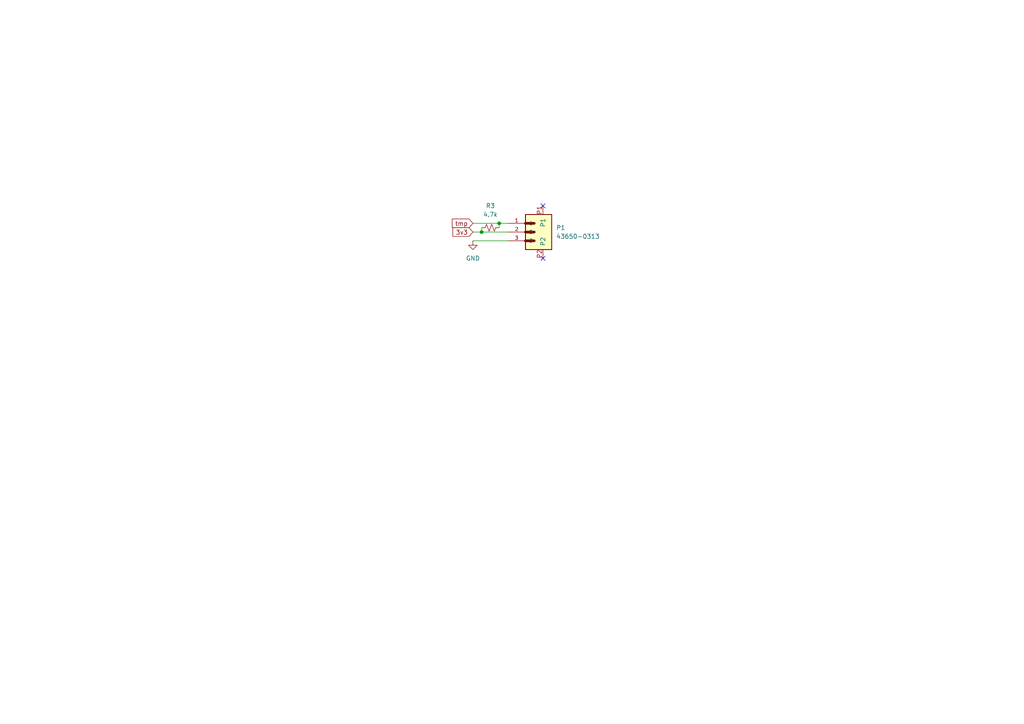
<source format=kicad_sch>
(kicad_sch (version 20211123) (generator eeschema)
  (paper "A4")
  (lib_symbols
    (symbol "Device:R_Small_US" (pin_numbers hide) (pin_names (offset 0.254) hide)
      (property "Reference" "R" (at 0.762 0.508 0))
      (property "Value" "R_Small_US" (at 0.762 -1.016 0))
      (symbol "R_Small_US_1_1"
        (polyline (pts (xy 0 0) (xy 1.016 -0.381) (xy 0 -0.762) (xy -1.016 -1.143) (xy 0 -1.524)))
        (polyline (pts (xy 0 1.524) (xy 1.016 1.143) (xy 0 0.762) (xy -1.016 0.381) (xy 0 0)))
        (pin passive line (at 0 2.54 270) (length 1.016) (name "~") (number "1"))
        (pin passive line (at 0 -2.54 90) (length 1.016) (name "~") (number "2"))
      )
    )
    (symbol "Hydro:43650-0313" (pin_names (offset 1.016))
      (property "Reference" "P" (at 0 5.588 0))
      (property "Value" "43650-0313" (at 7.62 1.27 0))
      (symbol "43650-0313_0_0"
        (rectangle (start 0 -5.08) (end 7.62 5.08) (stroke (width 0.254)) (fill (type background)))
        (polyline (pts (xy 0 -2.54) (xy 2.54 -2.54)) (stroke (width 0.762)))
        (polyline (pts (xy 0 0) (xy 2.54 0)) (stroke (width 0.762)))
        (polyline (pts (xy 0 2.54) (xy 2.54 2.54)) (stroke (width 0.762)))
        (polyline (pts (xy 0 5.08) (xy 0 -5.08)) (stroke (width 0.254)))
        (pin passive line (at -5.08 2.54 0) (length 5.08) (name "1") (number "1"))
        (pin passive line (at -5.08 0 0) (length 5.08) (name "2") (number "2"))
        (pin passive line (at -5.08 -2.54 0) (length 5.08) (name "3") (number "3"))
      )
      (symbol "43650-0313_1_1"
        (pin input line (at 5.08 7.62 270) (length 2.54) (name "P1") (number "P1"))
        (pin input line (at 5.08 -7.62 90) (length 2.54) (name "P2") (number "P2"))
      )
    )
    (symbol "power:GND" (power) (pin_names (offset 0))
      (property "Value" "GND" (at 0 -3.81 0))
      (symbol "GND_0_1"
        (polyline (pts (xy 0 0) (xy 0 -1.27) (xy 1.27 -1.27) (xy 0 -2.54) (xy -1.27 -1.27) (xy 0 -1.27)))
      )
      (symbol "GND_1_1"
        (pin power_in line (at 0 0 270) (length 0) hide (name "GND") (number "1"))
      )
    )
  )
  (junction (at 144.78 64.77))
  (junction (at 139.7 67.31))
  (no_connect (at 157.48 74.93))
  (no_connect (at 157.48 59.69))
  (wire (pts (xy 139.7 67.31) (xy 147.32 67.31)))
  (wire (pts (xy 137.16 69.85) (xy 147.32 69.85)))
  (wire (pts (xy 139.7 66.04) (xy 139.7 67.31)))
  (wire (pts (xy 144.78 64.77) (xy 147.32 64.77)))
  (wire (pts (xy 144.78 64.77) (xy 144.78 66.04)))
  (wire (pts (xy 137.16 67.31) (xy 139.7 67.31)))
  (wire (pts (xy 137.16 64.77) (xy 144.78 64.77)))
  (global_label "tmp" (shape input) (at 137.16 64.77 180) (property "Intersheet References" "${INTERSHEET_REFS}" (effects hide)))
  (global_label "3v3" (shape input) (at 137.16 67.31 180) (property "Intersheet References" "${INTERSHEET_REFS}" (effects hide)))
  (symbol (lib_id "Hydro:43650-0313") (at 152.4 67.31 0) (unit 1)
    (property "Reference" "P1" (at 161.29 66.0399 0) (effects (justify left)))
    (property "Value" "43650-0313" (at 161.29 68.5799 0) (effects (justify left)))
    (property "Footprint" "MOLEX_43650-0313" (effects hide))
    (property "MANUFACTURER" "Molex" (effects hide))
  )
  (symbol (lib_id "power:GND") (at 137.16 69.85 0) (unit 1)
    (property "Reference" "#PWR010" (effects hide))
    (property "Value" "GND" (at 137.16 74.93 0))
  )
  (symbol (lib_id "Device:R_Small_US") (at 142.24 66.04 270) (unit 1)
    (property "Reference" "R3" (at 142.24 59.69 90))
    (property "Value" "4.7k" (at 142.24 62.23 90))
    (property "Footprint" "Resistor_THT:R_Axial_DIN0207_L6.3mm_D2.5mm_P10.16mm_Horizontal" (effects hide))
  )
)
</source>
